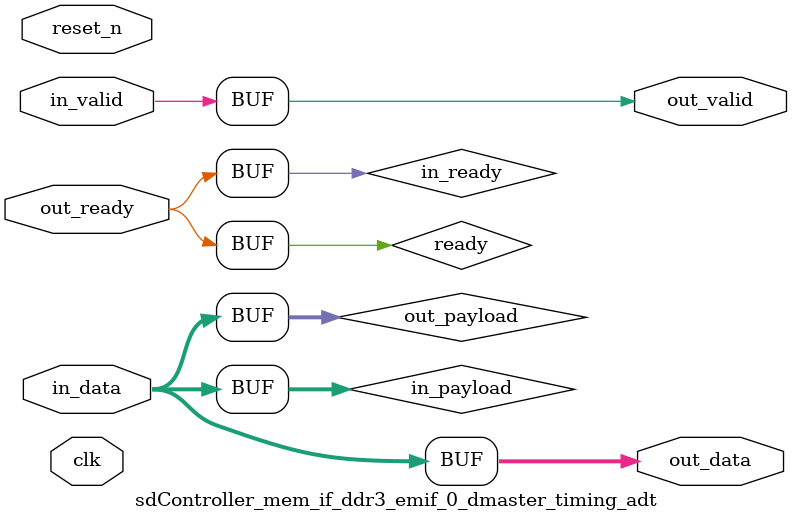
<source format=v>

`timescale 1ns / 100ps
module sdController_mem_if_ddr3_emif_0_dmaster_timing_adt (
    
      // Interface: clk
      input              clk,
      // Interface: reset
      input              reset_n,
      // Interface: in
      input              in_valid,
      input      [ 7: 0] in_data,
      // Interface: out
      output reg         out_valid,
      output reg [ 7: 0] out_data,
      input              out_ready
);




   // ---------------------------------------------------------------------
   //| Signal Declarations
   // ---------------------------------------------------------------------

   reg  [ 7: 0] in_payload;
   reg  [ 7: 0] out_payload;
   reg  [ 0: 0] ready;
   reg          in_ready;
   // synthesis translate_off
   always @(negedge in_ready) begin
      $display("%m: The downstream component is backpressuring by deasserting ready, but the upstream component can't be backpressured.");
   end
   // synthesis translate_on   


   // ---------------------------------------------------------------------
   //| Payload Mapping
   // ---------------------------------------------------------------------
   always @* begin
     in_payload = {in_data};
     {out_data} = out_payload;
   end

   // ---------------------------------------------------------------------
   //| Ready & valid signals.
   // ---------------------------------------------------------------------
   always @* begin
     ready[0] = out_ready;
     out_valid = in_valid;
     out_payload = in_payload;
     in_ready = ready[0];
   end




endmodule


</source>
